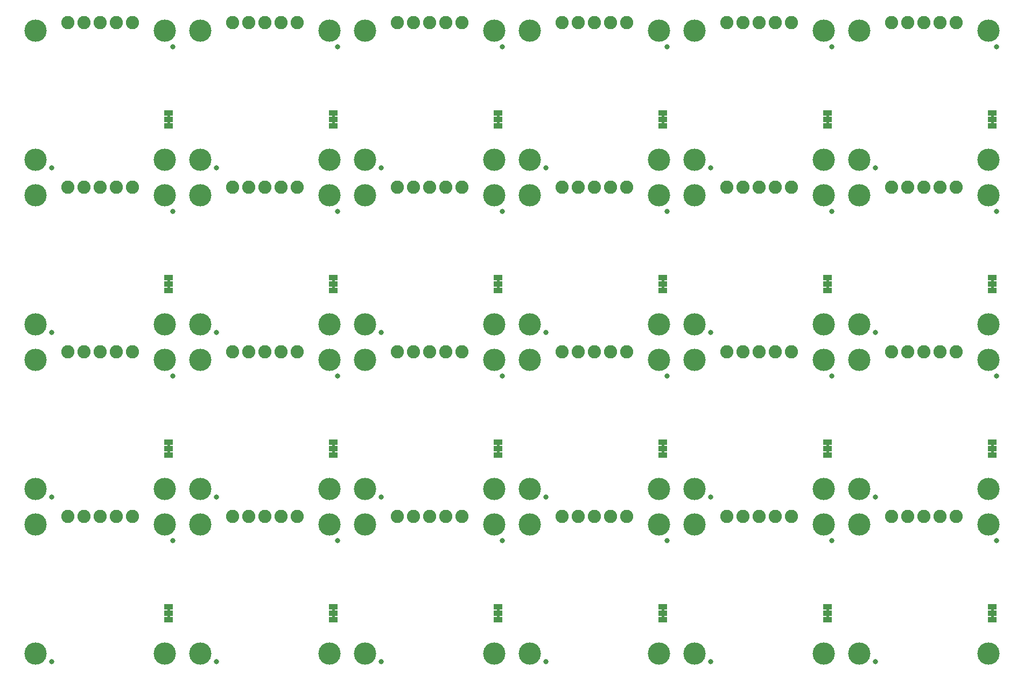
<source format=gbs>
G75*
%MOIN*%
%OFA0B0*%
%FSLAX25Y25*%
%IPPOS*%
%LPD*%
%AMOC8*
5,1,8,0,0,1.08239X$1,22.5*
%
%ADD10R,0.05800X0.03300*%
%ADD11C,0.00500*%
%ADD12C,0.08200*%
%ADD13C,0.03300*%
%ADD14C,0.13800*%
D10*
X0121250Y0059750D03*
X0121250Y0063750D03*
X0121250Y0067750D03*
X0223250Y0067750D03*
X0223250Y0063750D03*
X0223250Y0059750D03*
X0325250Y0059750D03*
X0325250Y0063750D03*
X0325250Y0067750D03*
X0427250Y0067750D03*
X0427250Y0063750D03*
X0427250Y0059750D03*
X0529250Y0059750D03*
X0529250Y0063750D03*
X0529250Y0067750D03*
X0631250Y0067750D03*
X0631250Y0063750D03*
X0631250Y0059750D03*
X0631250Y0161750D03*
X0631250Y0165750D03*
X0631250Y0169750D03*
X0529250Y0169750D03*
X0529250Y0165750D03*
X0529250Y0161750D03*
X0427250Y0161750D03*
X0427250Y0165750D03*
X0427250Y0169750D03*
X0325250Y0169750D03*
X0325250Y0165750D03*
X0325250Y0161750D03*
X0223250Y0161750D03*
X0223250Y0165750D03*
X0223250Y0169750D03*
X0121250Y0169750D03*
X0121250Y0165750D03*
X0121250Y0161750D03*
X0121250Y0263750D03*
X0121250Y0267750D03*
X0121250Y0271750D03*
X0223250Y0271750D03*
X0223250Y0267750D03*
X0223250Y0263750D03*
X0325250Y0263750D03*
X0325250Y0267750D03*
X0325250Y0271750D03*
X0427250Y0271750D03*
X0427250Y0267750D03*
X0427250Y0263750D03*
X0529250Y0263750D03*
X0529250Y0267750D03*
X0529250Y0271750D03*
X0631250Y0271750D03*
X0631250Y0267750D03*
X0631250Y0263750D03*
X0631250Y0365750D03*
X0631250Y0369750D03*
X0631250Y0373750D03*
X0529250Y0373750D03*
X0529250Y0369750D03*
X0529250Y0365750D03*
X0427250Y0365750D03*
X0427250Y0369750D03*
X0427250Y0373750D03*
X0325250Y0373750D03*
X0325250Y0369750D03*
X0325250Y0365750D03*
X0223250Y0365750D03*
X0223250Y0369750D03*
X0223250Y0373750D03*
X0121250Y0373750D03*
X0121250Y0369750D03*
X0121250Y0365750D03*
D11*
X0121750Y0367000D02*
X0121750Y0368500D01*
X0120750Y0368500D01*
X0120750Y0367000D01*
X0121750Y0367000D01*
X0121750Y0367239D02*
X0120750Y0367239D01*
X0120750Y0367738D02*
X0121750Y0367738D01*
X0121750Y0368236D02*
X0120750Y0368236D01*
X0120750Y0371000D02*
X0121750Y0371000D01*
X0121750Y0372500D01*
X0120750Y0372500D01*
X0120750Y0371000D01*
X0120750Y0371227D02*
X0121750Y0371227D01*
X0121750Y0371726D02*
X0120750Y0371726D01*
X0120750Y0372224D02*
X0121750Y0372224D01*
X0222750Y0372224D02*
X0223750Y0372224D01*
X0223750Y0372500D02*
X0223750Y0371000D01*
X0222750Y0371000D01*
X0222750Y0372500D01*
X0223750Y0372500D01*
X0223750Y0371726D02*
X0222750Y0371726D01*
X0222750Y0371227D02*
X0223750Y0371227D01*
X0223750Y0368500D02*
X0222750Y0368500D01*
X0222750Y0367000D01*
X0223750Y0367000D01*
X0223750Y0368500D01*
X0223750Y0368236D02*
X0222750Y0368236D01*
X0222750Y0367738D02*
X0223750Y0367738D01*
X0223750Y0367239D02*
X0222750Y0367239D01*
X0324750Y0367239D02*
X0325750Y0367239D01*
X0325750Y0367000D02*
X0325750Y0368500D01*
X0324750Y0368500D01*
X0324750Y0367000D01*
X0325750Y0367000D01*
X0325750Y0367738D02*
X0324750Y0367738D01*
X0324750Y0368236D02*
X0325750Y0368236D01*
X0325750Y0371000D02*
X0325750Y0372500D01*
X0324750Y0372500D01*
X0324750Y0371000D01*
X0325750Y0371000D01*
X0325750Y0371227D02*
X0324750Y0371227D01*
X0324750Y0371726D02*
X0325750Y0371726D01*
X0325750Y0372224D02*
X0324750Y0372224D01*
X0426750Y0372224D02*
X0427750Y0372224D01*
X0427750Y0372500D02*
X0427750Y0371000D01*
X0426750Y0371000D01*
X0426750Y0372500D01*
X0427750Y0372500D01*
X0427750Y0371726D02*
X0426750Y0371726D01*
X0426750Y0371227D02*
X0427750Y0371227D01*
X0427750Y0368500D02*
X0426750Y0368500D01*
X0426750Y0367000D01*
X0427750Y0367000D01*
X0427750Y0368500D01*
X0427750Y0368236D02*
X0426750Y0368236D01*
X0426750Y0367738D02*
X0427750Y0367738D01*
X0427750Y0367239D02*
X0426750Y0367239D01*
X0528750Y0367239D02*
X0529750Y0367239D01*
X0529750Y0367000D02*
X0529750Y0368500D01*
X0528750Y0368500D01*
X0528750Y0367000D01*
X0529750Y0367000D01*
X0529750Y0367738D02*
X0528750Y0367738D01*
X0528750Y0368236D02*
X0529750Y0368236D01*
X0529750Y0371000D02*
X0529750Y0372500D01*
X0528750Y0372500D01*
X0528750Y0371000D01*
X0529750Y0371000D01*
X0529750Y0371227D02*
X0528750Y0371227D01*
X0528750Y0371726D02*
X0529750Y0371726D01*
X0529750Y0372224D02*
X0528750Y0372224D01*
X0630750Y0372224D02*
X0631750Y0372224D01*
X0631750Y0372500D02*
X0631750Y0371000D01*
X0630750Y0371000D01*
X0630750Y0372500D01*
X0631750Y0372500D01*
X0631750Y0371726D02*
X0630750Y0371726D01*
X0630750Y0371227D02*
X0631750Y0371227D01*
X0631750Y0368500D02*
X0630750Y0368500D01*
X0630750Y0367000D01*
X0631750Y0367000D01*
X0631750Y0368500D01*
X0631750Y0368236D02*
X0630750Y0368236D01*
X0630750Y0367738D02*
X0631750Y0367738D01*
X0631750Y0367239D02*
X0630750Y0367239D01*
X0630750Y0270500D02*
X0631750Y0270500D01*
X0631750Y0269000D01*
X0630750Y0269000D01*
X0630750Y0270500D01*
X0630750Y0270029D02*
X0631750Y0270029D01*
X0631750Y0269531D02*
X0630750Y0269531D01*
X0630750Y0269032D02*
X0631750Y0269032D01*
X0631750Y0266500D02*
X0630750Y0266500D01*
X0630750Y0265000D01*
X0631750Y0265000D01*
X0631750Y0266500D01*
X0631750Y0266041D02*
X0630750Y0266041D01*
X0630750Y0265543D02*
X0631750Y0265543D01*
X0631750Y0265044D02*
X0630750Y0265044D01*
X0529750Y0265044D02*
X0528750Y0265044D01*
X0528750Y0265000D02*
X0529750Y0265000D01*
X0529750Y0266500D01*
X0528750Y0266500D01*
X0528750Y0265000D01*
X0528750Y0265543D02*
X0529750Y0265543D01*
X0529750Y0266041D02*
X0528750Y0266041D01*
X0528750Y0269000D02*
X0529750Y0269000D01*
X0529750Y0270500D01*
X0528750Y0270500D01*
X0528750Y0269000D01*
X0528750Y0269032D02*
X0529750Y0269032D01*
X0529750Y0269531D02*
X0528750Y0269531D01*
X0528750Y0270029D02*
X0529750Y0270029D01*
X0427750Y0270029D02*
X0426750Y0270029D01*
X0426750Y0270500D02*
X0427750Y0270500D01*
X0427750Y0269000D01*
X0426750Y0269000D01*
X0426750Y0270500D01*
X0426750Y0269531D02*
X0427750Y0269531D01*
X0427750Y0269032D02*
X0426750Y0269032D01*
X0426750Y0266500D02*
X0427750Y0266500D01*
X0427750Y0265000D01*
X0426750Y0265000D01*
X0426750Y0266500D01*
X0426750Y0266041D02*
X0427750Y0266041D01*
X0427750Y0265543D02*
X0426750Y0265543D01*
X0426750Y0265044D02*
X0427750Y0265044D01*
X0325750Y0265044D02*
X0324750Y0265044D01*
X0324750Y0265000D02*
X0325750Y0265000D01*
X0325750Y0266500D01*
X0324750Y0266500D01*
X0324750Y0265000D01*
X0324750Y0265543D02*
X0325750Y0265543D01*
X0325750Y0266041D02*
X0324750Y0266041D01*
X0324750Y0269000D02*
X0325750Y0269000D01*
X0325750Y0270500D01*
X0324750Y0270500D01*
X0324750Y0269000D01*
X0324750Y0269032D02*
X0325750Y0269032D01*
X0325750Y0269531D02*
X0324750Y0269531D01*
X0324750Y0270029D02*
X0325750Y0270029D01*
X0223750Y0270029D02*
X0222750Y0270029D01*
X0222750Y0270500D02*
X0223750Y0270500D01*
X0223750Y0269000D01*
X0222750Y0269000D01*
X0222750Y0270500D01*
X0222750Y0269531D02*
X0223750Y0269531D01*
X0223750Y0269032D02*
X0222750Y0269032D01*
X0222750Y0266500D02*
X0223750Y0266500D01*
X0223750Y0265000D01*
X0222750Y0265000D01*
X0222750Y0266500D01*
X0222750Y0266041D02*
X0223750Y0266041D01*
X0223750Y0265543D02*
X0222750Y0265543D01*
X0222750Y0265044D02*
X0223750Y0265044D01*
X0121750Y0265044D02*
X0120750Y0265044D01*
X0120750Y0265000D02*
X0121750Y0265000D01*
X0121750Y0266500D01*
X0120750Y0266500D01*
X0120750Y0265000D01*
X0120750Y0265543D02*
X0121750Y0265543D01*
X0121750Y0266041D02*
X0120750Y0266041D01*
X0120750Y0269000D02*
X0121750Y0269000D01*
X0121750Y0270500D01*
X0120750Y0270500D01*
X0120750Y0269000D01*
X0120750Y0269032D02*
X0121750Y0269032D01*
X0121750Y0269531D02*
X0120750Y0269531D01*
X0120750Y0270029D02*
X0121750Y0270029D01*
X0121750Y0168500D02*
X0120750Y0168500D01*
X0120750Y0167000D01*
X0121750Y0167000D01*
X0121750Y0168500D01*
X0121750Y0168333D02*
X0120750Y0168333D01*
X0120750Y0167835D02*
X0121750Y0167835D01*
X0121750Y0167336D02*
X0120750Y0167336D01*
X0120750Y0164500D02*
X0121750Y0164500D01*
X0121750Y0163000D01*
X0120750Y0163000D01*
X0120750Y0164500D01*
X0120750Y0164345D02*
X0121750Y0164345D01*
X0121750Y0163847D02*
X0120750Y0163847D01*
X0120750Y0163348D02*
X0121750Y0163348D01*
X0222750Y0163348D02*
X0223750Y0163348D01*
X0223750Y0163000D02*
X0223750Y0164500D01*
X0222750Y0164500D01*
X0222750Y0163000D01*
X0223750Y0163000D01*
X0223750Y0163847D02*
X0222750Y0163847D01*
X0222750Y0164345D02*
X0223750Y0164345D01*
X0223750Y0167000D02*
X0223750Y0168500D01*
X0222750Y0168500D01*
X0222750Y0167000D01*
X0223750Y0167000D01*
X0223750Y0167336D02*
X0222750Y0167336D01*
X0222750Y0167835D02*
X0223750Y0167835D01*
X0223750Y0168333D02*
X0222750Y0168333D01*
X0324750Y0168333D02*
X0325750Y0168333D01*
X0325750Y0168500D02*
X0324750Y0168500D01*
X0324750Y0167000D01*
X0325750Y0167000D01*
X0325750Y0168500D01*
X0325750Y0167835D02*
X0324750Y0167835D01*
X0324750Y0167336D02*
X0325750Y0167336D01*
X0325750Y0164500D02*
X0324750Y0164500D01*
X0324750Y0163000D01*
X0325750Y0163000D01*
X0325750Y0164500D01*
X0325750Y0164345D02*
X0324750Y0164345D01*
X0324750Y0163847D02*
X0325750Y0163847D01*
X0325750Y0163348D02*
X0324750Y0163348D01*
X0426750Y0163348D02*
X0427750Y0163348D01*
X0427750Y0163000D02*
X0427750Y0164500D01*
X0426750Y0164500D01*
X0426750Y0163000D01*
X0427750Y0163000D01*
X0427750Y0163847D02*
X0426750Y0163847D01*
X0426750Y0164345D02*
X0427750Y0164345D01*
X0427750Y0167000D02*
X0427750Y0168500D01*
X0426750Y0168500D01*
X0426750Y0167000D01*
X0427750Y0167000D01*
X0427750Y0167336D02*
X0426750Y0167336D01*
X0426750Y0167835D02*
X0427750Y0167835D01*
X0427750Y0168333D02*
X0426750Y0168333D01*
X0528750Y0168333D02*
X0529750Y0168333D01*
X0529750Y0168500D02*
X0528750Y0168500D01*
X0528750Y0167000D01*
X0529750Y0167000D01*
X0529750Y0168500D01*
X0529750Y0167835D02*
X0528750Y0167835D01*
X0528750Y0167336D02*
X0529750Y0167336D01*
X0529750Y0164500D02*
X0528750Y0164500D01*
X0528750Y0163000D01*
X0529750Y0163000D01*
X0529750Y0164500D01*
X0529750Y0164345D02*
X0528750Y0164345D01*
X0528750Y0163847D02*
X0529750Y0163847D01*
X0529750Y0163348D02*
X0528750Y0163348D01*
X0630750Y0163348D02*
X0631750Y0163348D01*
X0631750Y0163000D02*
X0631750Y0164500D01*
X0630750Y0164500D01*
X0630750Y0163000D01*
X0631750Y0163000D01*
X0631750Y0163847D02*
X0630750Y0163847D01*
X0630750Y0164345D02*
X0631750Y0164345D01*
X0631750Y0167000D02*
X0631750Y0168500D01*
X0630750Y0168500D01*
X0630750Y0167000D01*
X0631750Y0167000D01*
X0631750Y0167336D02*
X0630750Y0167336D01*
X0630750Y0167835D02*
X0631750Y0167835D01*
X0631750Y0168333D02*
X0630750Y0168333D01*
X0630750Y0066500D02*
X0631750Y0066500D01*
X0631750Y0065000D01*
X0630750Y0065000D01*
X0630750Y0066500D01*
X0630750Y0066138D02*
X0631750Y0066138D01*
X0631750Y0065640D02*
X0630750Y0065640D01*
X0630750Y0065141D02*
X0631750Y0065141D01*
X0631750Y0062500D02*
X0630750Y0062500D01*
X0630750Y0061000D01*
X0631750Y0061000D01*
X0631750Y0062500D01*
X0631750Y0062150D02*
X0630750Y0062150D01*
X0630750Y0061652D02*
X0631750Y0061652D01*
X0631750Y0061153D02*
X0630750Y0061153D01*
X0529750Y0061153D02*
X0528750Y0061153D01*
X0528750Y0061000D02*
X0529750Y0061000D01*
X0529750Y0062500D01*
X0528750Y0062500D01*
X0528750Y0061000D01*
X0528750Y0061652D02*
X0529750Y0061652D01*
X0529750Y0062150D02*
X0528750Y0062150D01*
X0528750Y0065000D02*
X0529750Y0065000D01*
X0529750Y0066500D01*
X0528750Y0066500D01*
X0528750Y0065000D01*
X0528750Y0065141D02*
X0529750Y0065141D01*
X0529750Y0065640D02*
X0528750Y0065640D01*
X0528750Y0066138D02*
X0529750Y0066138D01*
X0427750Y0066138D02*
X0426750Y0066138D01*
X0426750Y0066500D02*
X0427750Y0066500D01*
X0427750Y0065000D01*
X0426750Y0065000D01*
X0426750Y0066500D01*
X0426750Y0065640D02*
X0427750Y0065640D01*
X0427750Y0065141D02*
X0426750Y0065141D01*
X0426750Y0062500D02*
X0427750Y0062500D01*
X0427750Y0061000D01*
X0426750Y0061000D01*
X0426750Y0062500D01*
X0426750Y0062150D02*
X0427750Y0062150D01*
X0427750Y0061652D02*
X0426750Y0061652D01*
X0426750Y0061153D02*
X0427750Y0061153D01*
X0325750Y0061153D02*
X0324750Y0061153D01*
X0324750Y0061000D02*
X0325750Y0061000D01*
X0325750Y0062500D01*
X0324750Y0062500D01*
X0324750Y0061000D01*
X0324750Y0061652D02*
X0325750Y0061652D01*
X0325750Y0062150D02*
X0324750Y0062150D01*
X0324750Y0065000D02*
X0325750Y0065000D01*
X0325750Y0066500D01*
X0324750Y0066500D01*
X0324750Y0065000D01*
X0324750Y0065141D02*
X0325750Y0065141D01*
X0325750Y0065640D02*
X0324750Y0065640D01*
X0324750Y0066138D02*
X0325750Y0066138D01*
X0223750Y0066138D02*
X0222750Y0066138D01*
X0222750Y0066500D02*
X0223750Y0066500D01*
X0223750Y0065000D01*
X0222750Y0065000D01*
X0222750Y0066500D01*
X0222750Y0065640D02*
X0223750Y0065640D01*
X0223750Y0065141D02*
X0222750Y0065141D01*
X0222750Y0062500D02*
X0223750Y0062500D01*
X0223750Y0061000D01*
X0222750Y0061000D01*
X0222750Y0062500D01*
X0222750Y0062150D02*
X0223750Y0062150D01*
X0223750Y0061652D02*
X0222750Y0061652D01*
X0222750Y0061153D02*
X0223750Y0061153D01*
X0121750Y0061153D02*
X0120750Y0061153D01*
X0120750Y0061000D02*
X0121750Y0061000D01*
X0121750Y0062500D01*
X0120750Y0062500D01*
X0120750Y0061000D01*
X0120750Y0061652D02*
X0121750Y0061652D01*
X0121750Y0062150D02*
X0120750Y0062150D01*
X0120750Y0065000D02*
X0121750Y0065000D01*
X0121750Y0066500D01*
X0120750Y0066500D01*
X0120750Y0065000D01*
X0120750Y0065141D02*
X0121750Y0065141D01*
X0121750Y0065640D02*
X0120750Y0065640D01*
X0120750Y0066138D02*
X0121750Y0066138D01*
D12*
X0098750Y0123750D03*
X0088750Y0123750D03*
X0078750Y0123750D03*
X0068750Y0123750D03*
X0058750Y0123750D03*
X0160750Y0123750D03*
X0170750Y0123750D03*
X0180750Y0123750D03*
X0190750Y0123750D03*
X0200750Y0123750D03*
X0262750Y0123750D03*
X0272750Y0123750D03*
X0282750Y0123750D03*
X0292750Y0123750D03*
X0302750Y0123750D03*
X0364750Y0123750D03*
X0374750Y0123750D03*
X0384750Y0123750D03*
X0394750Y0123750D03*
X0404750Y0123750D03*
X0466750Y0123750D03*
X0476750Y0123750D03*
X0486750Y0123750D03*
X0496750Y0123750D03*
X0506750Y0123750D03*
X0568750Y0123750D03*
X0578750Y0123750D03*
X0588750Y0123750D03*
X0598750Y0123750D03*
X0608750Y0123750D03*
X0608750Y0225750D03*
X0598750Y0225750D03*
X0588750Y0225750D03*
X0578750Y0225750D03*
X0568750Y0225750D03*
X0506750Y0225750D03*
X0496750Y0225750D03*
X0486750Y0225750D03*
X0476750Y0225750D03*
X0466750Y0225750D03*
X0404750Y0225750D03*
X0394750Y0225750D03*
X0384750Y0225750D03*
X0374750Y0225750D03*
X0364750Y0225750D03*
X0302750Y0225750D03*
X0292750Y0225750D03*
X0282750Y0225750D03*
X0272750Y0225750D03*
X0262750Y0225750D03*
X0200750Y0225750D03*
X0190750Y0225750D03*
X0180750Y0225750D03*
X0170750Y0225750D03*
X0160750Y0225750D03*
X0098750Y0225750D03*
X0088750Y0225750D03*
X0078750Y0225750D03*
X0068750Y0225750D03*
X0058750Y0225750D03*
X0058750Y0327750D03*
X0068750Y0327750D03*
X0078750Y0327750D03*
X0088750Y0327750D03*
X0098750Y0327750D03*
X0160750Y0327750D03*
X0170750Y0327750D03*
X0180750Y0327750D03*
X0190750Y0327750D03*
X0200750Y0327750D03*
X0262750Y0327750D03*
X0272750Y0327750D03*
X0282750Y0327750D03*
X0292750Y0327750D03*
X0302750Y0327750D03*
X0364750Y0327750D03*
X0374750Y0327750D03*
X0384750Y0327750D03*
X0394750Y0327750D03*
X0404750Y0327750D03*
X0466750Y0327750D03*
X0476750Y0327750D03*
X0486750Y0327750D03*
X0496750Y0327750D03*
X0506750Y0327750D03*
X0568750Y0327750D03*
X0578750Y0327750D03*
X0588750Y0327750D03*
X0598750Y0327750D03*
X0608750Y0327750D03*
X0608750Y0429750D03*
X0598750Y0429750D03*
X0588750Y0429750D03*
X0578750Y0429750D03*
X0568750Y0429750D03*
X0506750Y0429750D03*
X0496750Y0429750D03*
X0486750Y0429750D03*
X0476750Y0429750D03*
X0466750Y0429750D03*
X0404750Y0429750D03*
X0394750Y0429750D03*
X0384750Y0429750D03*
X0374750Y0429750D03*
X0364750Y0429750D03*
X0302750Y0429750D03*
X0292750Y0429750D03*
X0282750Y0429750D03*
X0272750Y0429750D03*
X0262750Y0429750D03*
X0200750Y0429750D03*
X0190750Y0429750D03*
X0180750Y0429750D03*
X0170750Y0429750D03*
X0160750Y0429750D03*
X0098750Y0429750D03*
X0088750Y0429750D03*
X0078750Y0429750D03*
X0068750Y0429750D03*
X0058750Y0429750D03*
D13*
X0048750Y0033750D03*
X0150750Y0033750D03*
X0252750Y0033750D03*
X0354750Y0033750D03*
X0456750Y0033750D03*
X0558750Y0033750D03*
X0531750Y0108750D03*
X0558750Y0135750D03*
X0633750Y0108750D03*
X0633750Y0210750D03*
X0558750Y0237750D03*
X0531750Y0210750D03*
X0456750Y0237750D03*
X0429750Y0210750D03*
X0354750Y0237750D03*
X0327750Y0210750D03*
X0252750Y0237750D03*
X0225750Y0210750D03*
X0150750Y0237750D03*
X0123750Y0210750D03*
X0048750Y0237750D03*
X0123750Y0312750D03*
X0150750Y0339750D03*
X0225750Y0312750D03*
X0252750Y0339750D03*
X0327750Y0312750D03*
X0354750Y0339750D03*
X0429750Y0312750D03*
X0456750Y0339750D03*
X0531750Y0312750D03*
X0558750Y0339750D03*
X0633750Y0312750D03*
X0633750Y0414750D03*
X0531750Y0414750D03*
X0429750Y0414750D03*
X0327750Y0414750D03*
X0225750Y0414750D03*
X0123750Y0414750D03*
X0048750Y0339750D03*
X0048750Y0135750D03*
X0123750Y0108750D03*
X0150750Y0135750D03*
X0225750Y0108750D03*
X0252750Y0135750D03*
X0327750Y0108750D03*
X0354750Y0135750D03*
X0429750Y0108750D03*
X0456750Y0135750D03*
D14*
X0446750Y0140750D03*
X0424750Y0140750D03*
X0424750Y0118750D03*
X0446750Y0118750D03*
X0526750Y0118750D03*
X0548750Y0118750D03*
X0548750Y0140750D03*
X0526750Y0140750D03*
X0628750Y0140750D03*
X0628750Y0118750D03*
X0628750Y0038750D03*
X0548750Y0038750D03*
X0526750Y0038750D03*
X0446750Y0038750D03*
X0424750Y0038750D03*
X0344750Y0038750D03*
X0322750Y0038750D03*
X0242750Y0038750D03*
X0220750Y0038750D03*
X0140750Y0038750D03*
X0118750Y0038750D03*
X0038750Y0038750D03*
X0038750Y0118750D03*
X0038750Y0140750D03*
X0118750Y0140750D03*
X0140750Y0140750D03*
X0140750Y0118750D03*
X0118750Y0118750D03*
X0220750Y0118750D03*
X0242750Y0118750D03*
X0242750Y0140750D03*
X0220750Y0140750D03*
X0322750Y0140750D03*
X0344750Y0140750D03*
X0344750Y0118750D03*
X0322750Y0118750D03*
X0322750Y0220750D03*
X0344750Y0220750D03*
X0344750Y0242750D03*
X0322750Y0242750D03*
X0242750Y0242750D03*
X0220750Y0242750D03*
X0220750Y0220750D03*
X0242750Y0220750D03*
X0140750Y0220750D03*
X0118750Y0220750D03*
X0118750Y0242750D03*
X0140750Y0242750D03*
X0038750Y0242750D03*
X0038750Y0220750D03*
X0038750Y0322750D03*
X0038750Y0344750D03*
X0118750Y0344750D03*
X0140750Y0344750D03*
X0140750Y0322750D03*
X0118750Y0322750D03*
X0220750Y0322750D03*
X0242750Y0322750D03*
X0242750Y0344750D03*
X0220750Y0344750D03*
X0322750Y0344750D03*
X0344750Y0344750D03*
X0344750Y0322750D03*
X0322750Y0322750D03*
X0424750Y0322750D03*
X0446750Y0322750D03*
X0446750Y0344750D03*
X0424750Y0344750D03*
X0526750Y0344750D03*
X0548750Y0344750D03*
X0548750Y0322750D03*
X0526750Y0322750D03*
X0628750Y0322750D03*
X0628750Y0344750D03*
X0628750Y0424750D03*
X0548750Y0424750D03*
X0526750Y0424750D03*
X0446750Y0424750D03*
X0424750Y0424750D03*
X0344750Y0424750D03*
X0322750Y0424750D03*
X0242750Y0424750D03*
X0220750Y0424750D03*
X0140750Y0424750D03*
X0118750Y0424750D03*
X0038750Y0424750D03*
X0424750Y0242750D03*
X0446750Y0242750D03*
X0446750Y0220750D03*
X0424750Y0220750D03*
X0526750Y0220750D03*
X0548750Y0220750D03*
X0548750Y0242750D03*
X0526750Y0242750D03*
X0628750Y0242750D03*
X0628750Y0220750D03*
M02*

</source>
